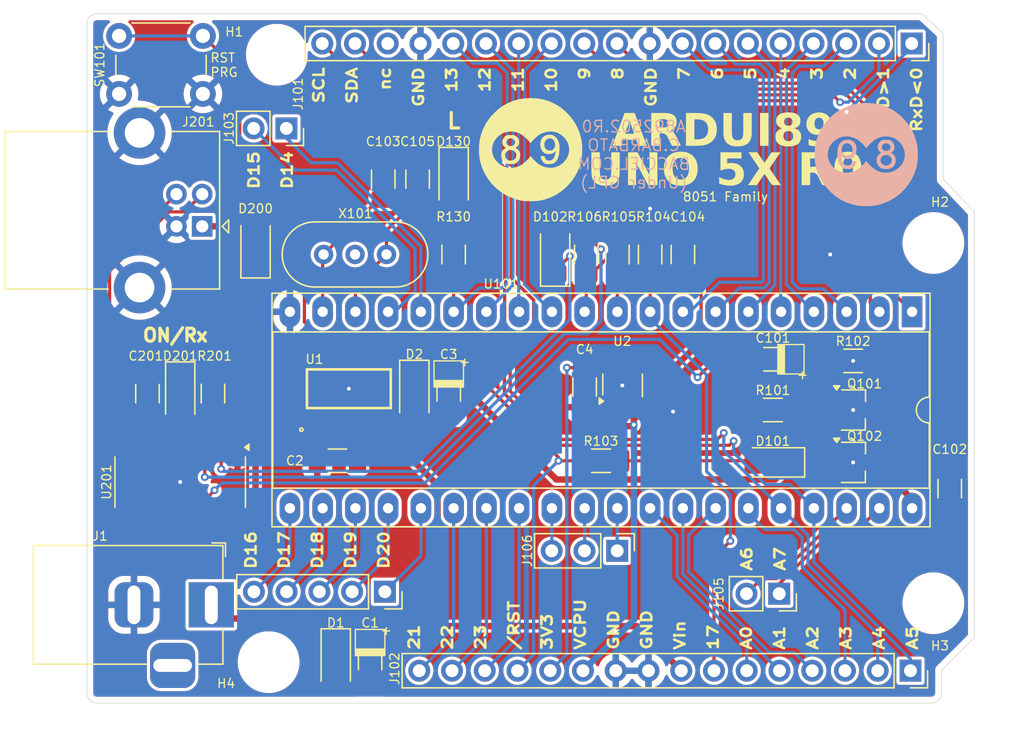
<source format=kicad_pcb>
(kicad_pcb (version 20240108) (generator "pcbnew") (generator_version "8.0")
  (title_block (title "Ardui89 UNO 5X") (date "2025-02-19") (rev "0") (company "C. BARBATO") (comment 1 "A892502 ") (comment 2 "69mm x 54mm"))
  (layers (0 "F.Cu" signal) (31 "B.Cu" signal) (34 "B.Paste" user) (35 "F.Paste" user) (36 "B.SilkS" user "B.Silkscreen") (37 "F.SilkS" user "F.Silkscreen") (38 "B.Mask" user) (39 "F.Mask" user) (44 "Edge.Cuts" user))
  (net 0 "")
  (net 1 "VCC")
  (net 2 "GND")
  (net 3 "/D17")
  (net 4 "/RTS")
  (net 5 "Net-(U201-V3)")
  (net 6 "Net-(U101-XTAL1)")
  (net 7 "/D9")
  (net 8 "/D13")
  (net 9 "/D12")
  (net 10 "/D8")
  (net 11 "/D10")
  (net 12 "/D11")
  (net 13 "/D7")
  (net 14 "/D1")
  (net 15 "/D0")
  (net 16 "/D5")
  (net 17 "/D4")
  (net 18 "/D6")
  (net 19 "/D2")
  (net 20 "/D3")
  (net 21 "/A2")
  (net 22 "/A3")
  (net 23 "/A1")
  (net 24 "/A0")
  (net 25 "/D+")
  (net 26 "/D-")
  (net 27 "/Tx")
  (net 28 "/Rx")
  (net 33 "/RESET")
  (net 35 "/D15")
  (net 36 "Net-(U101-XTAL2)")
  (net 37 "/D14")
  (net 38 "/3.3V")
  (net 39 "Net-(D1-A)")
  (net 40 "/A4_SDA")
  (net 41 "/A5_SCL")
  (net 42 "Net-(D200-A)")
  (net 43 "/Vin")
  (net 44 "Net-(D2-A)")
  (net 46 "/{slash}RST")
  (net 47 "Net-(D101-A)")
  (net 51 "VCPU")
  (net 52 "Net-(Q101-C)")
  (net 54 "Net-(D102-A)")
  (net 55 "Net-(D130-A)")
  (net 56 "/D22")
  (net 57 "/D21")
  (net 58 "/D23")
  (net 59 "/D16")
  (net 60 "/D19")
  (net 61 "/D18")
  (net 62 "/D20")
  (net 63 "/A7")
  (net 64 "/A6")
  (net 65 "Net-(J106-Pin_3)")
  (net 66 "Net-(J106-Pin_1)")
  (net 67 "Net-(J106-Pin_2)")
  (net 68 "Net-(D201-K)")
  (footprint "Connector_PinSocket_2.54mm:PinSocket_1x02_P2.54mm_Vertical" (layer "F.Cu") (at 138.928 86.233 -90)
    (property "Reference" "J103")
    (property "Value" "Extented Port")
  )
  (footprint "Resistor_SMD:R_1206_3216Metric_Pad1.30x1.75mm_HandSolder" (layer "F.Cu") (at 182.89 104.267 180)
    (property "Reference" "R102")
    (property "Value" "4k7")
  )
  (footprint "Button_Switch_THT:SW_PUSH_6mm" (layer "F.Cu") (at 132.454 83.56 180)
    (property "Reference" "SW101")
    (property "Value" "SW_Push")
  )
  (footprint "BACKCIEL:Ardu89_Uno_Analog_Power_Connector" (layer "F.Cu") (at 187.335 128.397 -90)
    (property "Reference" "J102")
    (property "Value" "Conn_01x16" (hide yes))
  )
  (footprint "Package_TO_SOT_SMD:TSOT-23-5_HandSoldering" (layer "F.Cu") (at 164.983 106.172 90)
    (property "Reference" "U2")
    (property "Value" "LP2985-33DBVR")
  )
  (footprint "Capacitor_SMD:C_1206_3216Metric_Pad1.33x1.80mm_HandSolder" (layer "F.Cu") (at 190.383 114.173 90)
    (property "Reference" "C102")
    (property "Value" "100n")
  )
  (footprint "Resistor_SMD:R_1206_3216Metric_Pad1.30x1.75mm_HandSolder" (layer "F.Cu") (at 164.602 96.012 90)
    (property "Reference" "R105")
    (property "Value" "330")
  )
  (footprint "PRJ:SOT230P700X180-4N" (layer "F.Cu") (at 143.774 106.426 90)
    (property "Reference" "U1")
    (property "Value" "LD1117S50TR")
  )
  (footprint "MountingHole:MountingHole_4.3mm_M4_DIN965" (layer "F.Cu") (at 189.113 95.123)
    (property "Reference" "H2")
    (property "Value" "MountingHole")
  )
  (footprint "Diode_SMD:D_1206_3216Metric_Pad1.42x1.75mm_HandSolder" (layer "F.Cu") (at 142.758 127.508 -90)
    (property "Reference" "D1")
    (property "Value" "SM34")
  )
  (footprint "Diode_SMD:D_1206_3216Metric_Pad1.42x1.75mm_HandSolder" (layer "F.Cu") (at 176.667 112.141 180)
    (property "Reference" "D101")
    (property "Value" "1N5819W")
  )
  (footprint "MountingHole:MountingHole_4.3mm_M4_DIN965" (layer "F.Cu") (at 189.113 123.063)
    (property "Reference" "H3")
    (property "Value" "MountingHole")
  )
  (footprint "Connector_PinSocket_2.54mm:PinSocket_1x05_P2.54mm_Vertical" (layer "F.Cu") (at 146.568 122.174 -90)
    (property "Reference" "J104" (hide yes))
    (property "Value" "Extended Port")
  )
  (footprint "BACKCIEL:C_1206_POL_3216Metric_Pad1.33x1.80mm_HandSolder" (layer "F.Cu") (at 145.425 127.508 -90)
    (property "Reference" "C1")
    (property "Value" "10µ")
  )
  (footprint "Package_SO:SOIC-16_3.9x9.9mm_P1.27mm" (layer "F.Cu") (at 130.693 113.665 -90)
    (property "Reference" "U201")
    (property "Value" "CH340C")
  )
  (footprint "BACKCIEL:Ardu89_Uno_Digital_Connector" (layer "F.Cu") (at 187.325 79.629 -90)
    (property "Reference" "J101")
    (property "Value" "Conn_01x19")
  )
  (footprint "Connector_PinHeader_2.54mm:PinHeader_1x03_P2.54mm_Vertical" (layer "F.Cu") (at 164.587 118.999 -90)
    (property "Reference" "J106")
    (property "Value" "Conn_01x03")
  )
  (footprint "Package_DIP:DIP-40_W15.24mm_Socket_LongPads" (layer "F.Cu") (at 187.462 100.457 -90)
    (property "Reference" "U101")
    (property "Value" "89C5x")
  )
  (footprint "BACKCIEL:C_1206_POL_3216Metric_Pad1.33x1.80mm_HandSolder" (layer "F.Cu") (at 176.667 104.14 180)
    (property "Reference" "C101")
    (property "Value" "10µ")
  )
  (footprint "Package_TO_SOT_SMD:TSOT-23_HandSoldering" (layer "F.Cu") (at 182.89 112.141)
    (property "Reference" "Q102")
    (property "Value" "MMBTA2907")
  )
  (footprint "Diode_SMD:D_1206_3216Metric_Pad1.42x1.75mm_HandSolder" (layer "F.Cu") (at 136.535 95.377 90)
    (property "Reference" "D200")
    (property "Value" "SM34")
  )
  (footprint "Diode_SMD:D_1206_3216Metric_Pad1.42x1.75mm_HandSolder" (layer "F.Cu") (at 148.854 106.68 -90)
    (property "Reference" "D2")
    (property "Value" "SM34")
  )
  (footprint "Connector_PinSocket_2.54mm:PinSocket_1x02_P2.54mm_Vertical" (layer "F.Cu") (at 177.155 122.326 -90)
    (property "Reference" "J105")
    (property "Value" "Extented Port")
  )
  (footprint "Resistor_SMD:R_1206_3216Metric_Pad1.30x1.75mm_HandSolder" (layer "F.Cu") (at 176.667 108.077 180)
    (property "Reference" "R101")
    (property "Value" "1k")
  )
  (footprint "Capacitor_SMD:C_1206_3216Metric_Pad1.33x1.80mm_HandSolder" (layer "F.Cu") (at 146.441 90.17 90)
    (property "Reference" "C103")
    (property "Value" "22p")
  )
  (footprint "Resistor_SMD:R_1206_3216Metric_Pad1.30x1.75mm_HandSolder" (layer "F.Cu") (at 163.332 112.014)
    (property "Reference" "R103")
    (property "Value" "1k")
  )
  (footprint "Resistor_SMD:R_1206_3216Metric_Pad1.30x1.75mm_HandSolder" (layer "F.Cu") (at 167.142 96.012 -90)
    (property "Reference" "R104")
    (property "Value" "1k")
  )
  (footprint "Diode_SMD:D_1206_3216Metric_Pad1.42x1.75mm_HandSolder" (layer "F.Cu") (at 151.902 90.17 -90)
    (property "Reference" "D130")
    (property "Value" "BUILTIN_LED")
  )
  (footprint "Diode_SMD:D_1206_3216Metric_Pad1.42x1.75mm_HandSolder" (layer "F.Cu") (at 130.693 106.807 -90)
    (property "Reference" "D201")
    (property "Value" "ON+Rx LED")
  )
  (footprint "Resistor_SMD:R_1206_3216Metric_Pad1.30x1.75mm_HandSolder" (layer "F.Cu") (at 151.902 96.012 -90)
    (property "Reference" "R130")
    (property "Value" "1k")
  )
  (footprint "PRJ:ardu89_logo_8mmx8mm" (layer "F.Cu") (at 157.871 87.884)
    (property "Reference" "G***" (hide yes))
    (property "Value" "LOGO" (hide yes))
  )
  (footprint "Capacitor_SMD:C_1206_3216Metric_Pad1.33x1.80mm_HandSolder" (layer "F.Cu") (at 142.885 112.014 180)
    (property "Reference" "C2")
    (property "Value" "100n")
  )
  (footprint "Resistor_SMD:R_1206_3216Metric_Pad1.30x1.75mm_HandSolder" (layer "F.Cu") (at 162.189 96.012 90)
    (property "Reference" "R106")
    (property "Value" "330")
  )
  (footprint "Resistor_SMD:R_1206_3216Metric_Pad1.30x1.75mm_HandSolder" (layer "F.Cu") (at 133.233 106.807 90)
    (property "Reference" "R201")
    (property "Value" "1k")
  )
  (footprint "Capacitor_SMD:C_1206_3216Metric_Pad1.33x1.80mm_HandSolder" (layer "F.Cu") (at 162.062 106.299 -90)
    (property "Reference" "C4")
    (property "Value" "100n")
  )
  (footprint "Capacitor_SMD:C_1206_3216Metric_Pad1.33x1.80mm_HandSolder" (layer "F.Cu") (at 169.682 96.012 -90)
    (property "Reference" "C104")
    (property "Value" "100n")
  )
  (footprint "BACKCIEL:Crystal_HC49-U-3PinB_Vertical" (layer "F.Cu") (at 146.695 96.012 180)
    (property "Reference" "X101")
    (property "Value" "11.0592MHz")
  )
  (footprint "BACKCIEL:C_1206_POL_3216Metric_Pad1.33x1.80mm_HandSolder" (layer "F.Cu") (at 151.521 106.68 -90)
    (property "Reference" "C3")
    (property "Value" "10µ")
  )
  (footprint "Package_TO_SOT_SMD:TSOT-23_HandSoldering" (layer "F.Cu") (at 182.89 108.077)
    (property "Reference" "Q101")
    (property "Value" "MMBTA2907")
  )
  (footprint "MountingHole:MountingHole_4.3mm_M4_DIN965" (layer "F.Cu") (at 138.186 80.518)
    (property "Reference" "H1")
    (property "Value" "Mounting Hole 4.3mm")
  )
  (footprint "Capacitor_SMD:C_1206_3216Metric_Pad1.33x1.80mm_HandSolder" (layer "F.Cu") (at 149.108 90.17 90)
    (property "Reference" "C105")
    (property "Value" "22p")
  )
  (footprint "Connector_USB:USB_B_Lumberg_2411_02_Horizontal" (layer "F.Cu") (at 132.4005 93.833 180)
    (property "Reference" "J201")
    (property "Value" "USB_TYPE_B")
  )
  (footprint "Capacitor_SMD:C_1206_3216Metric_Pad1.33x1.80mm_HandSolder" (layer "F.Cu") (at 128.153 106.807 90)
    (property "Reference" "C201")
    (property "Value" "100n")
  )
  (footprint "MountingHole:MountingHole_4.3mm_M4_DIN965" (layer "F.Cu") (at 137.551 127.635)
    (property "Reference" "H4")
    (property "Value" "MountingHole")
  )
  (footprint "Connector_BarrelJack:BarrelJack_Horizontal" (layer "F.Cu") (at 133.106 123.19)
    (property "Reference" "J1")
    (property "Value" "Jack-DC")
  )
  (footprint "Diode_SMD:D_1206_3216Metric_Pad1.42x1.75mm_HandSolder" (layer "F.Cu") (at 159.776 96.012 90)
    (property "Reference" "D102")
    (property "Value" "1N5819W")
  )
  (footprint "PRJ:ardu89_logo_8mmx8mm" (layer "B.Cu") (at 183.906 88.265 180)
    (property "Reference" "G***" (hide yes))
    (property "Value" "LOGO" (hide yes))
  )
  (gr_line (start 189.748 128.27) (end 189.748 130.048) (stroke (width 0.05)) (layer "Edge.Cuts"))
  (gr_arc (start 189.748 130.048) (mid 189.511464 130.58823) (end 188.96512 130.810278) (stroke (width 0.05)) (layer "Edge.Cuts"))
  (gr_line (start 123.454 130.048) (end 123.454 78.105) (stroke (width 0.05)) (layer "Edge.Cuts"))
  (gr_arc (start 124.216 130.81) (mid 123.677185 130.586815) (end 123.454 130.048) (stroke (width 0.05)) (layer "Edge.Cuts"))
  (gr_line (start 188.224 77.343) (end 189.875 78.867) (stroke (width 0.05)) (layer "Edge.Cuts"))
  (gr_line (start 189.875 90.17) (end 192.288 92.71) (stroke (width 0.05)) (layer "Edge.Cuts"))
  (gr_line (start 192.288 125.73) (end 189.748 128.27) (stroke (width 0.05)) (layer "Edge.Cuts"))
  (gr_line (start 124.216 77.343) (end 188.224 77.343) (stroke (width 0.05)) (layer "Edge.Cuts"))
  (gr_line (start 189.875 78.867) (end 189.875 90.17) (stroke (width 0.05)) (layer "Edge.Cuts"))
  (gr_line (start 188.96512 130.810278) (end 124.216 130.81) (stroke (width 0.05)) (layer "Edge.Cuts"))
  (gr_line (start 192.288 92.71) (end 192.288 125.73) (stroke (width 0.05)) (layer "Edge.Cuts"))
  (gr_arc (start 123.454 78.104999) (mid 123.677185 77.566184) (end 124.216 77.342999) (stroke (width 0.05)) (layer "Edge.Cuts"))
  (gr_text "A892502.R0\nC.BARBATO\nBACCIEL.COM\n(Under GPL)" (at 165.872 88.265 0) (layer "B.SilkS") (effects (font (size 0.9 0.9) (thickness 0.1)) (justify mirror)))
  (gr_text "RST\nPRG" (at 132.979 82.296 0) (layer "F.SilkS") (effects (font (size 0.7 0.7) (thickness 0.1)) (justify left bottom)))
  (gr_text "D16\n\nD17\n\nD18\n\nD19\n\nD20" (at 146.949 120.523 90) (layer "F.SilkS") (effects (font (size 0.8 1) (thickness 0.2) (bold yes)) (justify left bottom)))
  (gr_text "D15\n\nD14" (at 139.456 91.059 90) (layer "F.SilkS") (effects (font (size 0.8 1) (thickness 0.2) (bold yes)) (justify left bottom)))
  (gr_text "ON/Rx" (at 130.312 102.87 0) (layer "F.SilkS") (effects (font (size 1 1) (thickness 0.25) (bold yes)) (justify bottom)))
  (gr_text "ARDUI89" (at 172.857 88.011 0) (layer "F.SilkS") (effects (font (size 2.5 2.5) (thickness 0.3) (bold yes)) (justify bottom)))
  (gr_text "UNO 5X R0" (at 172.984 91.059 0) (layer "F.SilkS") (effects (font (size 2.5 2.5) (thickness 0.3) (bold yes)) (justify bottom)))
  (gr_text "8051 Family" (at 172.984 91.948 0) (layer "F.SilkS") (effects (font (size 0.7 0.7) (thickness 0.1)) (justify bottom)))
  (gr_text "L\n" (at 151.267 86.36 0) (layer "F.SilkS") (effects (font (size 1.2 1.2) (thickness 0.25) (bold yes)) (justify left bottom)))
  (gr_text "A6\n\nA7" (at 177.683 120.65 90) (layer "F.SilkS") (effects (font (size 0.8 1) (thickness 0.2) (bold yes)) (justify left bottom)))
  (segment (start 151.446 105.1925) (end 151.521 105.1175) (width 0.5) (layer "F.Cu") (net 1))
  (segment (start 135.138 116.14) (end 135.138 115.165001) (width 0.5) (layer "F.Cu") (net 1))
  (segment (start 136.535 96.8645) (end 136.535 105.283) (width 0.5) (layer "F.Cu") (net 1))
  (segment (start 178.217 112.0785) (end 178.217 108.077) (width 0.5) (layer "F.Cu") (net 1))
  (segment (start 176.8295 113.466) (end 159.8695 113.466) (width 0.5) (layer "F.Cu") (net 1))
  (segment (start 136.6255 105.1925) (end 136.535 105.283) (width 0.5) (layer "F.Cu") (net 1))
  (segment (start 180.357 108.077) (end 181.18 108.9) (width 0.5) (layer "F.Cu") (net 1))
  (segment (start 136.535 105.283) (end 136.535 114.743) (width 0.5) (layer "F.Cu") (net 1))
  (segment (start 148.854 105.1925) (end 151.446 105.1925) (width 0.5) (layer "F.Cu") (net 1))
  (segment (start 178.1545 112.141) (end 180.23 112.141) (width 0.5) (layer "F.Cu") (net 1))
  (segment (start 178.1545 112.141) (end 178.217 112.0785) (width 0.5) (layer "F.Cu") (net 1))
  (segment (start 178.1545 112.141) (end 176.8295 113.466) (width 0.5) (layer "F.Cu") (net 1))
  (segment (start 178.217 108.077) (end 180.357 108.077) (width 0.5) (layer "F.Cu") (net 1))
  (segment (start 159.8695 113.466) (end 151.521 105.1175) (width 0.5) (layer "F.Cu") (net 1))
  (segment (start 148.854 105.1925) (end 136.6255 105.1925) (width 0.5) (layer "F.Cu") (net 1))
  (segment (start 180.23 112.141) (end 181.18 113.091) (width 0.5) (layer "F.Cu") (net 1))
  (segment (start 136.535 114.743) (end 135.138 116.14) (width 0.5) (layer "F.Cu") (net 1))
  (via (at 182.89 112.141) (size 0.6) (drill 0.3) (layers "F.Cu" "B.Cu") (net 2))
  (via (at 130.693 113.665) (size 0.6) (drill 0.3) (layers "F.Cu" "B.Cu") (net 2))
  (via (at 164.983 106.172) (size 0.6) (drill 0.3) (layers "F.Cu" "B.Cu") (net 2))
  (via (at 182.89 104.267) (size 0.6) (drill 0.3) (layers "F.Cu" "B.Cu") (net 2))
  (via (at 181.112 96.012) (size 0.6) (drill 0.3) (layers "F.Cu" "B.Cu") (net 2))
  (via (at 168.92 108.204) (size 0.6) (drill 0.3) (layers "F.Cu" "B.Cu") (net 2))
  (via (at 167.142 92.456) (size 0.6) (drill 0.3) (layers "F.Cu" "B.Cu") (net 2))
  (via (at 143.774 106.426) (size 0.6) (drill 0.3) (layers "F.Cu" "B.Cu") (net 2))
  (via (at 182.89 108.077) (size 0.6) (drill 0.3) (layers "F.Cu" "B.Cu") (net 2))
  (segment (start 141.742 115.697) (end 141.742 119.38) (width 0.25) (layer "B.Cu") (net 3))
  (segment (start 141.742 119.38) (end 138.948 122.174) (width 0.25) (layer "B.Cu") (net 3))
  (segment (start 132.598 116.14) (end 132.598 115.062) (width 0.25) (layer "F.Cu") (net 4))
  (segment (start 172.222 104.14) (end 175.1045 104.14) (width 0.25) (layer "F.Cu") (net 4))
  (segment (start 132.598 115.062) (end 133.36 114.3) (width 0.25) (layer "F.Cu") (net 4))
  (segment (start 170.825 105.537) (end 172.222 104.14) (width 0.25) (layer "F.Cu") (net 4))
  (via (at 170.825 105.537) (size 0.6) (drill 0.3) (layers "F.Cu" "B.Cu") (net 4))
  (via (at 133.36 114.3) (size 0.6) (drill 0.3) (layers "F.Cu" "B.Cu") (net 4))
  (segment (start 167.888995 102.600995) (end 170.825 105.537) (width 0.25) (layer "B.Cu") (net 4))
  (segment (start 160.807005 102.600995) (end 167.888995 102.600995) (width 0.25) (layer "B.Cu") (net 4))
  (segment (start 149.674 113.734) (end 160.807005 102.600995) (width 0.25) (layer "B.Cu") (net 4))
  (segment (start 133.926 113.734) (end 149.674 113.734) (width 0.25) (layer "B.Cu") (net 4))
  (segment (start 133.36 114.3) (end 133.926 113.734) (width 0.25) (layer "B.Cu") (net 4))
  (segment (start 131.328 110.809092) (end 131.328 111.19) (width 0.25) (layer "F.Cu") (net 5))
  (segment (start 129.6735 109.89) (end 130.408908 109.89) (width 0.25) (layer "F.Cu") (net 5))
  (segment (start 128.153 108.3695) (end 129.6735 109.89) (width 0.25) (layer "F.Cu") (net 5))
  (segment (start 130.408908 109.89) (end 131.328 110.809092) (width 0.25) (layer "F.Cu") (net 5))
  (segment (start 141.742 96.085) (end 141.815 96.012) (width 0.25) (layer "F.Cu") (net 6))
  (segment (start 146.441 91.7325) (end 146.0945 91.7325) (width 0.25) (layer "F.Cu") (net 6))
  (segment (start 146.0945 91.7325) (end 141.815 96.012) (width 0.25) (layer "F.Cu") (net 6))
  (segment (start 141.742 100.457) (end 141.742 96.085) (width 0.25) (layer "F.Cu") (net 6))
  (segment (start 181.932 83.185) (end 165.564 83.185) (width 0.25) (layer "F.Cu") (net 7))
  (segment (start 184.218 99.753) (end 184.218 85.471) (width 0.25) (layer "F.Cu") (net 7))
  (segment (start 165.564 83.185) (end 162.03 79.651) (width 0.25) (layer "F.Cu") (net 7))
  (segment (start 184.218 85.471) (end 181.932 83.185) (width 0.25) (layer "F.Cu") (net 7))
  (segment (start 184.922 100.457) (end 184.218 99.753) (width 0.25) (layer "F.Cu") (net 7))
  (segment (start 151.902 100.457) (end 151.902 97.562) (width 0.25) (layer "F.Cu") (net 8))
  (segment (start 151.87 79.651) (end 153.399698 81.180698) (width 0.25) (layer "B.Cu") (net 8))
  (segment (start 152.029 100.457) (end 151.902 100.457) (width 0.25) (layer "B.Cu") (net 8))
  (segment (start 153.871198 98.614802) (end 152.029 100.457) (width 0.25) (layer "B.Cu") (net 8))
  (segment (start 153.399698 81.180698) (end 155.303302 81.180698) (width 0.25) (layer "B.Cu") (net 8))
  (segment (start 153.871198 98.614802) (end 155.647802 98.614802) (width 0.25) (layer "B.Cu") (net 8))
  (segment (start 155.647802 98.614802) (end 156.05 98.212604) (width 0.25) (layer "B.Cu") (net 8))
  (segment (start 156.05 81.927396) (end 156.05 98.212604) (width 0.25) (layer "B.Cu") (net 8))
  (segment (start 155.303302 81.180698) (end 156.05 81.927396) (width 0.25) (layer "B.Cu") (net 8))
  (segment (start 156.5 98.399) (end 154.442 100.457) (width 0.25) (layer "B.Cu") (net 9))
  (segment (start 156.5 81.741) (end 156.5 98.399) (width 0.25) (layer "B.Cu") (net 9))
  (segment (start 154.41 79.651) (end 156.5 81.741) (width 0.25) (layer "B.Cu") (net 9))
  (segment (start 187.462 100.457) (end 184.668 97.663) (width 0.25) (layer "F.Cu") (net 10))
  (segment (start 184.668 97.663) (end 184.668 85.284604) (width 0.25) (layer "F.Cu") (net 10))
  (segment (start 184.668 85.284604) (end 182.118396 82.735) (width 0.25) (layer "F.Cu") (net 10))
  (segment (start 167.654 82.735) (end 164.57 79.651) (width 0.25) (layer "F.Cu") (net 10))
  (segment (start 182.118396 82.735) (end 167.654 82.735) (width 0.25) (layer "F.Cu") (net 10))
  (segment (start 159.49 79.651) (end 157.4 81.741) (width 0.25) (layer "B.Cu") (net 11))
  (segment (start 157.4 98.335) (end 159.522 100.457) (width 0.25) (layer "B.Cu") (net 11))
  (segment (start 157.4 81.741) (end 157.4 98.335) (width 0.25) (layer "B.Cu") (net 11))
  (segment (start 156.95 100.425) (end 156.982 100.457) (width 0.25) (layer "B.Cu") (net 12))
  (segment (start 156.95 79.651) (end 156.95 100.425) (width 0.25) (layer "B.Cu") (net 12))
  (segment (start 175.780708 98.1655) (end 172.52251 98.1655) (width 0.25) (layer "B.Cu") (net 13))
  (segment (start 172.52251 98.1655) (end 170.23101 100.457) (width 0.25) (layer "B.Cu") (net 13))
  (segment (start 169.65 79.651) (end 171.6925 81.6935) (width 0.25) (layer "B.Cu") (net 13))
  (segment (start 175.397 81.6935) (end 175.92 82.2165) (width 0.25) (layer "B.Cu") (net 13))
  (segment (start 175.92 82.2165) (end 175.92 98.026208) (width 0.25) (layer "B.Cu") (net 13))
  (segment (start 171.6925 81.6935) (end 175.397 81.6935) (width 0.25) (layer "B.Cu") (net 13))
  (segment (start 170.23101 100.457) (end 169.682 100.457) (width 0.25) (layer "B.Cu") (net 13))
  (segment (start 175.92 98.026208) (end 175.780708 98.1655) (width 0.25) (layer "B.Cu") (net 13))
  (segment (start 169.611604 83.635) (end 181.308 83.635) (width 0.25) (layer "F.Cu") (net 14))
  (segment (start 167.962 90.239) (end 167.962 85.284604) (width 0.25) (layer "F.Cu") (net 14))
  (segment (start 165.872 92.329) (end 167.962 90.239) (width 0.25) (layer "F.Cu") (net 14))
  (segment (start 162.544 97.562) (end 164.669 95.437) (width 0.25) (layer "F.Cu") (net 14))
  (segment (start 165.4721 95.437) (end 165.872 95.0371) (width 0.25) (layer "F.Cu") (net 14))
  (segment (start 167.962 85.284604) (end 169.611604 83.635) (width 0.25) (layer "F.Cu") (net 14))
  (segment (start 181.308 83.635) (end 181.874 84.201) (width 0.25) (layer "F.Cu") (net 14))
  (segment (start 164.669 95.437) (end 165.4721 95.437) (width 0.25) (layer "F.Cu") (net 14))
  (segment (start 162.189 97.562) (end 162.189 100.33) (width 0.25) (layer "F.Cu") (net 14))
  (segment (start 165.872 95.0371) (end 165.872 92.329) (width 0.25) (layer "F.Cu") (net 14))
  (segment (start 162.189 97.562) (end 162.544 97.562) (width 0.25) (layer "F.Cu") (net 14))
  (segment (start 162.189 100.33) (end 162.062 100.457) (width 0.25) (layer "F.Cu") (net 14))
  (via (at 181.874 84.201) (size 0.6) (drill 0.3) (layers "F.Cu" "B.Cu") (net 14))
  (segment (start 184.89 79.651) (end 184.89 81.818604) (width 0.25) (layer "B.Cu") (net 14))
  (segment (start 182.507604 84.201) (end 181.874 84.201) (width 0.25) (layer "B.Cu") (net 14))
  (segment (start 184.89 81.818604) (end 182.507604 84.201) (width 0.25) (layer "B.Cu") (net 14))
  (segment (start 169.798 84.085) (end 168.412 85.471) (width 0.25) (layer "F.Cu") (net 15))
  (segment (start 179.842 84.085) (end 169.798 84.085) (width 0.25) (layer "F.Cu") (net 15))
  (segment (start 182.382 84.963) (end 180.72 84.963) (width 0.25) (layer "F.Cu") (net 15))
  (segment (start 166.727 95.437) (end 164.602 97.562) (width 0.25) (layer "F.Cu") (net 15))
  (segment (start 168.412 95.0371) (end 168.0121 95.437) (width 0.25) (layer "F.Cu") (net 15))
  (segment (start 164.602 97.562) (end 164.602 100.457) (width 0.25) (layer "F.Cu") (net 15))
  (segment (start 180.72 84.963) (end 179.842 84.085) (width 0.25) (layer "F.Cu") (net 15))
  (segment (start 168.412 85.471) (end 168.412 95.0371) (width 0.25) (layer "F.Cu") (net 15))
  (segment (start 168.0121 95.437) (end 166.727 95.437) (width 0.25) (layer "F.Cu") (net 15))
  (via (at 182.382 84.963) (size 0.6) (drill 0.3) (layers "F.Cu" "B.Cu") (net 15))
  (segment (start 187.43 79.651) (end 187.43 79.915) (width 0.25) (layer "B.Cu") (net 15))
  (segment (start 187.43 79.915) (end 182.382 84.963) (width 0.25) (layer "B.Cu") (net 15))
  (segment (start 176.82 98.399) (end 174.762 100.457) (width 0.25) (layer "B.Cu") (net 16))
  (segment (start 176.82 81.741) (end 176.82 98.399) (width 0.25) (layer "B.Cu") (net 16))
  (segment (start 174.73 79.651) (end 176.82 81.741) (width 0.25) (layer "B.Cu") (net 16))
  (segment (start 177.27 79.651) (end 177.27 100.425) (width 0.25) (layer "B.Cu") (net 17))
  (segment (start 177.27 100.425) (end 177.302 100.457) (width 0.25) (layer "B.Cu") (net 17))
  (segment (start 174.0635 98.6155) (end 175.967104 98.6155) (width 0.25) (layer "B.Cu") (net 18))
  (segment (start 175.686104 81.2435) (end 173.7825 81.2435) (width 0.25) (layer "B.Cu") (net 18))
  (segment (start 176.37 98.212604) (end 176.37 81.927396) (width 0.25) (layer "B.Cu") (net 18))
  (segment (start 176.37 81.927396) (end 175.686104 81.2435) (width 0.25) (layer "B.Cu") (net 18))
  (segment (start 175.967104 98.6155) (end 176.37 98.212604) (width 0.25) (layer "B.Cu") (net 18))
  (segment (start 173.7825 81.2435) (end 172.19 79.651) (width 0.25) (layer "B.Cu") (net 18))
  (segment (start 172.222 100.457) (end 174.0635 98.6155) (width 0.25) (layer "B.Cu") (net 18))
  (segment (start 182.35 79.651) (end 180.599 81.402) (width 0.25) (layer "B.Cu") (net 19))
  (segment (start 178.699698 98.678302) (end 180.603302 98.678302) (width 0.25) (layer "B.Cu") (net 19))
  (segment (start 178.695396 81.402) (end 178.17 81.927396) (width 0.25) (layer "B.Cu") (net 19))
  (segment (start 180.603302 98.678302) (end 182.382 100.457) (width 0.25) (layer "B.Cu") (net 19))
  (segment (start 178.17 98.148604) (end 178.699698 98.678302) (width 0.25) (layer "B.Cu") (net 19))
  (segment (start 178.17 81.927396) (end 178.17 98.148604) (width 0.25) (layer "B.Cu") (net 19))
  (segment (start 180.599 81.402) (end 178.695396 81.402) (width 0.25) (layer "B.Cu") (net 19))
  (segment (start 179.842 100.457) (end 177.72 98.335) (width 0.25) (layer "B.Cu") (net 20))
  (segment (start 177.72 81.741) (end 179.81 79.651) (width 0.25) (layer "B.Cu") (net 20))
  (segment (start 177.72 98.335) (end 177.72 81.741) (width 0.25) (layer "B.Cu") (net 20))
  (segment (start 170.132 117.787) (end 170.132 120.618604) (width 0.25) (layer "B.Cu") (net 21))
  (segment (start 172.222 115.697) (end 170.132 117.787) (width 0.25) (layer "B.Cu") (net 21))
  (segment (start 170.132 120.618604) (end 176.400396 126.887) (width 0.25) (layer "B.Cu") (net 21))
  (segment (start 178.304 126.887) (end 179.715 128.298) (width 0.25) (layer "B.Cu") (net 21))
  (segment (start 176.400396 126.887) (end 178.304 126.887) (width 0.25) (layer "B.Cu") (net 21))
  (segment (start 182.255 123.572396) (end 182.255 128.298) (width 0.25) (layer "B.Cu") (net 22))
  (segment (start 178.942 120.259396) (end 182.255 123.572396) (width 0.25) (layer "B.Cu") (net 22))
  (segment (start 178.316604 117.348) (end 178.942 117.973396) (width 0.25) (layer "B.Cu") (net 22))
  (segment (start 174.762 115.697) (end 174.762 116.079396) (width 0.25) (layer "B.Cu") (net 22))
  (segment (start 174.762 116.079396) (end 176.030604 117.348) (width 0.25) (layer "B.Cu") (net 22))
  (segment (start 178.942 117.973396) (end 178.942 120.259396) (width 0.25) (layer "B.Cu") (net 22))
  (segment (start 176.030604 117.348) (end 178.316604 117.348) (width 0.25) (layer "B.Cu") (net 22))
  (segment (start 169.682 120.805) (end 177.175 128.298) (width 0.25) (layer "B.Cu") (net 23))
  (segment (start 169.682 115.697) (end 169.682 120.805) (width 0.25) (layer "B.Cu") (net 23))
  (segment (start 167.142 115.697) (end 169.232 117.787) (width 0.25) (layer "B.Cu") (net 24))
  (segment (start 169.232 120.991396) (end 174.635 126.394396) (width 0.25) (layer "B.Cu") (net 24))
  (segment (start 169.232 117.787) (end 169.232 120.991396) (width 0.25) (layer "B.Cu") (net 24))
  (segment (start 174.635 126.394396) (end 174.635 128.298) (width 0.25) (layer "B.Cu") (net 24))
  (segment (start 129.836 112.49) (end 130.058 112.268) (width 0.25) (layer "F.Cu") (net 25))
  (segment (start 124.7655 96.968) (end 124.7655 111.8015) (width 0.25) (layer "F.Cu") (net 25))
  (segment (start 124.7655 111.8015) (end 125.454 112.49) (width 0.25) (layer "F.Cu") (net 25))
  (segment (start 125.454 112.49) (end 129.836 112.49) (width 0.25) (layer "F.Cu") (net 25))
  (segment (start 130.058 112.268) (end 130.058 111.19) (width 0.25) (layer "F.Cu") (net 25))
  (segment (start 130.4005 91.333) (end 124.7655 96.968) (width 0.25) (layer "F.Cu") (net 25))
  (segment (start 125.2155 108.319408) (end 126.253092 109.357) (width 0.25) (layer "F.Cu") (net 26))
  (segment (start 127.655 109.357) (end 128.788 110.49) (width 0.25) (layer "F.Cu") (net 26))
  (segment (start 129.806 92.708) (end 125.2155 97.2985) (width 0.25) (layer "F.Cu") (net 26))
  (segment (start 128.788 110.49) (end 128.788 111.19) (width 0.25) (layer "F.Cu") (net 26))
  (segment (start 132.4005 91.333) (end 131.0255 92.708) (width 0.25) (layer "F.Cu") (net 26))
  (segment (start 126.253092 109.357) (end 127.655 109.357) (width 0.25) (layer "F.Cu") (net 26))
  (segment (start 125.2155 97.2985) (end 125.2155 108.319408) (width 0.25) (layer "F.Cu") (net 26))
  (segment (start 131.0255 92.708) (end 129.806 92.708) (width 0.25) (layer "F.Cu") (net 26))
  (segment (start 163.332 95.605) (end 162.189 94.462) (width 0.25) (layer "F.Cu") (net 27))
  (segment (start 162.189 94.462) (end 162.189 94.996) (width 0.25) (layer "F.Cu") (net 27))
  (segment (start 132.598 111.19) (end 132.598 113.284) (width 0.25) (layer "F.Cu") (net 27))
  (via (at 163.332 95.605) (size 0.6) (drill 0.3) (layers "F.Cu" "B.Cu") (net 27))
  (via (at 132.598 113.284) (size 0.6) (drill 0.3) (layers "F.Cu" "B.Cu") (net 27))
  (segment (start 149.362 113.284) (end 160.495005 102.150995) (width 0.25) (layer "B.Cu") (net 27))
  (segment (start 160.495005 102.150995) (end 162.358995 102.150995) (width 0.25) (layer "B.Cu") (net 27))
  (segment (start 132.598 113.284) (end 149.362 113.284) (width 0.25) (layer "B.Cu") (net 27))
  (segment (start 163.332 101.17799) (end 163.332 95.605) (width 0.25) (layer "B.Cu") (net 27))
  (segment (start 162.358995 102.150995) (end 163.332 101.17799) (width 0.25) (layer "B.Cu") (net 27))
  (segment (start 133.868 111.19) (end 133.868 112.649) (width 0.25) (layer "F.Cu") (net 28))
  (segment (start 133.868 110.215001) (end 133.868 111.19) (width 0.25) (layer "F.Cu") (net 28))
  (segment (start 159.776 97.282) (end 159.776 97.4995) (width 0.25) (layer "F.Cu") (net 28))
  (segment (start 130.693 108.2945) (end 131.7305 109.332) (width 0.25) (layer "F.Cu") (net 28))
  (segment (start 131.7305 109.332) (end 132.984999 109.332) (width 0.25) (layer "F.Cu") (net 28))
  (segment (start 132.984999 109.332) (end 133.868 110.215001) (width 0.25) (layer "F.Cu") (net 28))
  (segment (start 160.919 96.139) (end 159.776 97.282) (width 0.25) (layer "F.Cu") (net 28))
  (via (at 160.919 96.139) (size 0.6) (drill 0.3) (layers "F.Cu" "B.Cu") (net 28))
  (via (at 133.868 112.649) (size 0.6) (drill 0.3) (layers "F.Cu" "B.Cu") (net 28))
  (segment (start 134.053 112.834) (end 149.13599 112.834) (width 0.25) (layer "B.Cu") (net 28))
  (segment (start 149.13599 112.834) (end 160.919 101.05099) (width 0.25) (layer "B.Cu") (net 28))
  (segment (start 160.919 101.05099) (end 160.919 96.139) (width 0.25) (layer "B.Cu") (net 28))
  (segment (start 133.868 112.649) (end 134.053 112.834) (width 0.25) (layer "B.Cu") (net 28))
  (segment (start 167.142 97.562) (end 167.142 100.457) (width 0.25) (layer "F.Cu") (net 33))
  (segment (start 172.095 128.298) (end 172.095 119.507) (width 0.25) (layer "F.Cu") (net 33))
  (segment (start 167.3075 97.5745) (end 169.682 97.5745) (width 0.25) (layer "F.Cu") (net 33))
  (segment (start 172.095 119.507) (end 173.365 118.237) (width 0.25) (layer "F.Cu") (net 33))
  (segment (start 167.295 97.562) (end 167.3075 97.5745) (width 0.25) (layer "F.Cu") (net 33))
  (segment (start 167.142 97.562) (end 167.295 97.562) (width 0.25) (layer "F.Cu") (net 33))
  (via (at 173.365 118.237) (size 0.6) (drill 0.3) (layers "F.Cu" "B.Cu") (net 33))
  (segment (start 171.520942 105.349058) (end 167.142 100.970116) (width 0.25) (layer "B.Cu") (net 33))
  (segment (start 167.142 100.970116) (end 167.142 100.457) (width 0.25) (layer "B.Cu") (net 33))
  (segment (start 171.520942 112.836942) (end 171.520942 105.349058) (width 0.25) (layer "B.Cu") (net 33))
  (segment (start 173.365 118.237) (end 173.365 114.681) (width 0.25) (layer "B.Cu") (net 33))
  (segment (start 173.365 114.681) (end 171.520942 112.836942) (width 0.25) (layer "B.Cu") (net 33))
  (segment (start 139.6265 89.4715) (end 142.8215 89.4715) (width 0.25) (layer "B.Cu") (net 35))
  (segment (start 136.388 86.233) (end 139.6265 89.4715) (width 0.25) (layer "B.Cu") (net 35))
  (segment (start 146.822 100.457) (end 147.33 100.457) (width 0.25) (layer "B.Cu") (net 35))
  (segment (start 147.33 100.457) (end 148.912 98.875) (width 0.25) (layer "B.Cu") (net 35))
  (segment (start 148.912 98.875) (end 148.912 95.562) (width 0.25) (layer "B.Cu") (net 35))
  (segment (start 148.912 95.562) (end 142.8215 89.4715) (width 0.25) (layer "B.Cu") (net 35))
  (segment (start 144.282 98.425) (end 146.695 96.012) (width 0.25) (layer "F.Cu") (net 36))
  (segment (start 146.695 94.1455) (end 149.108 91.7325) (width 0.25) (layer "F.Cu") (net 36))
  (segment (start 146.695 96.012) (end 146.695 94.1455) (width 0.25) (layer "F.Cu") (net 36))
  (segment (start 144.282 100.457) (end 144.282 98.425) (width 0.25) (layer "F.Cu") (net 36))
  (segment (start 138.928 86.975) (end 140.853 88.9) (width 0.25) (layer "B.Cu") (net 37))
  (segment (start 142.886396 88.9) (end 149.362 95.375604) (width 0.25) (layer "B.Cu") (net 37))
  (segment (start 140.853 88.9) (end 142.886396 88.9) (width 0.25) (layer "B.Cu") (net 37))
  (segment (start 149.362 95.375604) (end 149.362 100.457) (width 0.25) (layer "B.Cu") (net 37))
  (segment (start 138.928 86.233) (end 138.928 86.975) (width 0.25) (layer "B.Cu") (net 37))
  (segment (start 162.0065 104.792) (end 162.062 104.7365) (width 0.25) (layer "F.Cu") (net 38))
  (segment (start 164.033 104.462) (end 162.3365 104.462) (width 0.5) (layer "F.Cu") (net 38))
  (segment (start 162.3365 104.462) (end 162.062 104.7365) (width 0.5) (layer "F.Cu") (net 38))
  (segment (start 160.682 104.792) (end 162.0065 104.792) (width 0.25) (layer "F.Cu") (net 38))
  (via (at 160.682 104.792) (size 0.6) (drill 0.3) (layers "F.Cu" "B.Cu") (net 38))
  (segment (start 160.682 104.792) (end 160.665 104.775) (width 0.25) (layer "B.Cu") (net 38))
  (segment (start 159.395 128.298) (end 160.682 127.011) (width 0.25) (layer "B.Cu") (net 38))
  (segment (start 160.682 127.011) (end 160.682 104.792) (width 0.25) (layer "B.Cu") (net 38))
  (segment (start 142.758 128.9955) (end 138.01375 124.25125) (width 0.5) (layer "F.Cu") (net 39))
  (segment (start 133.106 123.19) (end 134.16725 124.25125) (width 0.5) (layer "F.Cu") (net 39))
  (segment (start 134.16725 124.25125) (end 138.01375 124.25125) (width 0.5) (layer "F.Cu") (net 39))
  (segment (start 172.348 110.364) (end 172.857 109.855) (width 0.25) (layer "F.Cu") (net 40))
  (segment (start 160.032396 110.364) (end 172.348 110.364) (width 0.25) (layer "F.Cu") (net 40))
  (segment (start 156.347 89.789) (end 156.347 97.79) (width 0.25) (layer "F.Cu") (net 40))
  (segment (start 156.289 106.620604) (end 160.032396 110.364) (width 0.25) (layer "F.Cu") (net 40))
  (segment (start 158.107 101.578) (end 156.289 103.396) (width 0.25) (layer "F.Cu") (net 40))
  (segment (start 144.25 79.651) (end 145.76895 81.16995) (width 0.25) (layer "F.Cu") (net 40))
  (segment (start 145.76895 81.16995) (end 147.72795 81.16995) (width 0.25) (layer "F.Cu") (net 40))
  (segment (start 158.107 99.55) (end 158.107 101.578) (width 0.25) (layer "F.Cu") (net 40))
  (segment (start 147.72795 81.16995) (end 156.347 89.789) (width 0.25) (layer "F.Cu") (net 40))
  (segment (start 156.289 103.396) (end 156.289 106.620604) (width 0.25) (layer "F.Cu") (net 40))
  (segment (start 156.347 97.79) (end 158.107 99.55) (width 0.25) (layer "F.Cu") (net 40))
  (via (at 172.857 109.855) (size 0.6) (drill 0.3) (layers "F.Cu" "B.Cu") (net 40))
  (segment (start 179.392 117.787) (end 179.392 120.073) (width 0.25) (layer "B.Cu") (net 40))
  (segment (start 172.857 109.855) (end 172.857 111.252) (width 0.25) (layer "B.Cu") (net 40))
  (segment (start 177.302 115.697) (end 179.392 117.787) (width 0.25) (layer "B.Cu") (net 40))
  (segment (start 184.795 125.476) (end 184.795 128.298) (width 0.25) (layer "B.Cu") (net 40))
  (segment (start 179.392 120.073) (end 184.795 125.476) (width 0.25) (layer "B.Cu") (net 40))
  (segment (start 172.857 111.252) (end 177.302 115.697) (width 0.25) (layer "B.Cu") (net 40))
  (segment (start 143.67895 81.61995) (end 147.541554 81.61995) (width 0.25) (layer "F.Cu") (net 41))
  (segment (start 155.857 89.935396) (end 155.857 103.233) (width 0.25) (layer "F.Cu") (net 41))
  (segment (start 141.71 79.651) (end 143.67895 81.61995) (width 0.25) (layer "F.Cu") (net 41))
  (segment (start 147.541554 81.61995) (end 155.857 89.935396) (width 0.25) (layer "F.Cu") (net 41))
  (segment (start 155.839 106.807) (end 159.846 110.814) (width 0.25) (layer "F.Cu") (net 41))
  (segment (start 159.846 110.814) (end 173.285 110.814) (width 0.25) (layer "F.Cu") (net 41))
  (segment (start 155.839 103.251) (end 155.839 106.807) (width 0.25) (layer "F.Cu") (net 41))
  (segment (start 173.285 110.814) (end 173.619 110.48) (width 0.25) (layer "F.Cu") (net 41))
  (segment (start 155.857 103.233) (end 155.839 103.251) (width 0.25) (layer "F.Cu") (net 41))
  (via (at 173.619 110.48) (size 0.6) (drill 0.3) (layers "F.Cu" "B.Cu") (net 41))
  (segment (start 179.842 115.697) (end 179.842 119.886604) (width 0.25) (layer "B.Cu") (net 41))
  (segment (start 179.842 115.697) (end 177.999802 113.854802) (width 0.25) (layer "B.Cu") (net 41))
  (segment (start 177.999802 113.854802) (end 176.096198 113.854802) (width 0.25) (layer "B.Cu") (net 41))
  (segment (start 179.842 119.886604) (end 187.335 127.379604) (width 0.25) (layer "B.Cu") (net 41))
  (segment (start 176.096198 113.854802) (end 173.619 111.377604) (width 0.25) (layer "B.Cu") (net 41))
  (segment (start 187.335 127.379604) (end 187.335 128.298) (width 0.25) (layer "B.Cu") (net 41))
  (segment (start 173.619 111.377604) (end 173.619 110.48) (width 0.25) (layer "B.Cu") (net 41))
  (segment (start 132.4005 93.833) (end 136.4785 93.833) (width 0.5) (layer "F.Cu") (net 42))
  (segment (start 136.4785 93.833) (end 136.535 93.8895) (width 0.5) (layer "F.Cu") (net 42))
  (segment (start 150.652 113.904) (end 150.652 124.821) (width 0.5) (layer "F.Cu") (net 43))
  (segment (start 145.35 126.0205) (end 145.425 125.9455) (width 0.5) (layer "F.Cu") (net 43))
  (segment (start 166.098 124.841) (end 150.632 124.841) (width 0.5) (layer "F.Cu") (net 43))
  (segment (start 145.425 125.9455) (end 145.425 125.857) (width 0.5) (layer "F.Cu") (net 43))
  (segment (start 150.652 124.821) (end 150.632 124.841) (width 0.5) (layer "F.Cu") (net 43))
  (segment (start 145.425 125.857) (end 146.441 124.841) (width 0.5) (layer "F.Cu") (net 43))
  (segment (start 146.074 109.326) (end 150.652 113.904) (width 0.5) (layer "F.Cu") (net 43))
  (segment (start 169.555 128.298) (end 166.098 124.841) (width 0.5) (layer "F.Cu") (net 43))
  (segment (start 150.632 124.841) (end 146.441 124.841) (width 0.5) (layer "F.Cu") (net 43))
  (segment (start 142.758 126.0205) (end 145.35 126.0205) (width 0.5) (layer "F.Cu") (net 43))
  (segment (start 148.4875 107.801) (end 148.854 108.1675) (width 0.5) (layer "F.Cu") (net 44))
  (segment (start 143.774 111.3405) (end 144.4475 112.014) (width 0.5) (layer "F.Cu") (net 44))
  (segment (start 143.774 109.326) (end 145.299 107.801) (width 0.5) (layer "F.Cu") (net 44))
  (segment (start 143.774 109.326) (end 143.774 111.3405) (width 0.5) (layer "F.Cu") (net 44))
  (segment (start 145.299 107.801) (end 148.4875 107.801) (width 0.5) (layer "F.Cu") (net 44))
  (segment (start 140.327 101.246) (end 140.327 95.7739) (width 0.25) (layer "F.Cu") (net 46))
  (segment (start 141.207 102.126) (end 140.327 101.246) (width 0.25) (layer "F.Cu") (net 46))
  (segment (start 160.03 112.014) (end 161.782 112.014) (width 0.25) (layer "F.Cu") (net 46))
  (segment (start 152.0451 103.759) (end 147.185 103.759) (width 0.25) (layer "F.Cu") (net 46))
  (segment (start 135.31 81.916) (end 132.454 79.06) (width 0.25) (layer "F.Cu") (net 46))
  (segment (start 160.03 112.014) (end 160.03 111.7439) (width 0.25) (layer "F.Cu") (net 46))
  (segment (start 136.08245 92.52755) (end 135.31 91.7551) (width 0.25) (layer "F.Cu") (net 46))
  (segment (start 135.31 91.7551) (end 135.31 81.916) (width 0.25) (layer "F.Cu") (net 46))
  (segment (start 147.185 103.759) (end 145.552 102.126) (width 0.25) (layer "F.Cu") (net 46))
  (segment (start 160.03 111.7439) (end 152.0451 103.759) (width 0.25) (layer "F.Cu") (net 46))
  (segment (start 137.08065 92.52755) (end 136.08245 92.52755) (width 0.25) (layer "F.Cu") (net 46))
  (segment (start 140.327 95.7739) (end 137.08065 92.52755) (width 0.25) (layer "F.Cu") (net 46))
  (segment (start 145.552 102.126) (end 141.207 102.126) (width 0.25) (layer "F.Cu") (net 46))
  (via (at 160.03 112.014) (size 0.6) (drill 0.3) (layers "F.Cu" "B.Cu") (net 46))
  (segment (start 125.954 79.06) (end 132.454 79.06) (width 0.25) (layer "B.Cu") (net 46))
  (segment (start 160.03 112.014) (end 158.107 113.937) (width 0.25) (layer "B.Cu") (net 46))
  (segment (start 158.107 127.046) (end 156.855 128.298) (width 0.25) (layer "B.Cu") (net 46))
  (segment (start 158.107 113.937) (end 158.107 127.046) (width 0.25) (layer "B.Cu") (net 46))
  (segment (start 175.0525 112.014) (end 175.1795 112.141) (width 0.25) (layer "F.Cu") (net 47))
  (segment (start 178.32 104.14) (end 178.2295 104.14) (width 0.25) (layer "F.Cu") (net 47))
  (segment (start 178.2295 104.9905) (end 178.2295 104.14) (width 0.25) (layer "F.Cu") (net 47))
  (segment (start 175.1795 112.141) (end 175.117 112.0785) (width 0.25) (layer "F.Cu") (net 47))
  (segment (start 181.18 107) (end 178.32 104.14) (width 0.25) (layer "F.Cu") (net 47))
  (segment (start 175.117 112.0785) (end 175.117 108.103) (width 0.25) (layer "F.Cu") (net 47))
  (segment (start 164.882 112.014) (end 175.0525 112.014) (width 0.25) (layer "F.Cu") (net 47))
  (segment (start 175.117 108.103) (end 178.2295 104.9905) (width 0.25) (layer "F.Cu") (net 47))
  (segment (start 171.097 102.26) (end 171.326 102.489) (width 0.25) (layer "F.Cu") (net 51))
  (segment (start 171.326 102.489) (end 184.683878 102.489) (width 0.5) (layer "F.Cu") (net 51))
  (segment (start 186.05 110.691) (end 184.6 112.141) (width 0.5) (layer "F.Cu") (net 51))
  (segment (start 171.097 95.8645) (end 171.097 102.26) (width 0.25) (layer "F.Cu") (net 51))
  (segment (start 165.872 109.22) (end 165.872 107.943) (width 0.5) (layer "F.Cu") (net 51))
  (segment (start 169.682 94.4495) (end 171.097 95.8645) (width 0.25) (layer "F.Cu") (net 51))
  (segment (start 187.462 115.003) (end 184.6 112.141) (width 0.5) (layer "F.Cu") (net 51))
  (segment (start 165.76 109.332) (end 165.872 109.22) (width 0.5) (layer "F.Cu") (net 51))
  (segment (start 165.933 107.882) (end 171.326 102.489) (width 0.5) (layer "F.Cu") (net 51))
  (segment (start 164.333 109.332) (end 165.76 109.332) (width 0.5) (layer "F.Cu") (net 51))
  (segment (start 164.033 109.032) (end 164.333 109.332) (width 0.5) (layer "F.Cu") (net 51))
  (segment (start 184.683878 102.489) (end 186.05 103.855122) (width 0.5) (layer "F.Cu") (net 51))
  (segment (start 186.05 103.855122) (end 186.05 110.691) (width 0.5) (layer "F.Cu") (net 51))
  (segment (start 187.462 115.697) (end 187.462 115.003) (width 0.5) (layer "F.Cu") (net 51))
  (segment (start 164.033 107.882) (end 164.033 109.032) (width 0.5) (layer "F.Cu") (net 51))
  (via (at 165.872 109.22) (size 0.6) (drill 0.3) (layers "F.Cu" "B.Cu") (net 51))
  (segment (start 165.872 109.22) (end 165.887 109.235) (width 0.5) (layer "B.Cu") (net 51))
  (segment (start 165.887 109.235) (end 165.887 124.346) (width 0.5) (layer "B.Cu") (net 51))
  (segment (start 165.887 124.346) (end 161.935 128.298) (width 0.5) (layer "B.Cu") (net 51))
  (segment (start 184.6 107.95) (end 184.6 104.427) (width 0.25) (layer "F.Cu") (net 52))
  (segment (start 181.359 111.191) (end 184.6 107.95) (width 0.5) (layer "F.Cu") (net 52))
  (segment (start 184.6 104.427) (end 184.44 104.267) (width 0.25) (layer "F.Cu") (net 52))
  (segment (start 181.18 111.191) (end 181.359 111.191) (width 0.5) (layer "F.Cu") (net 52))
  (segment (start 163.627 93.487) (end 164.602 94.462) (width 0.25) (layer "F.Cu") (net 54))
  (segment (start 160.8135 93.487) (end 163.627 93.487) (width 0.25) (layer "F.Cu") (net 54))
  (segment (start 159.776 94.5245) (end 160.8135 93.487) (width 0.25) (layer "F.Cu") (net 54))
  (segment (start 151.902 94.462) (end 151.902 91.6575) (width 0.25) (layer "F.Cu") (net 55))
  (segment (start 154.442 125.631) (end 151.775 128.298) (width 0.25) (layer "B.Cu") (net 56))
  (segment (start 154.442 115.697) (end 154.442 125.631) (width 0.25) (layer "B.Cu") (net 56))
  (segment (start 151.902 125.631) (end 151.902 115.697) (width 0.25) (layer "B.Cu") (net 57))
  (segment (start 149.235 128.298) (end 151.902 125.631) (width 0.25) (layer "B.Cu") (net 57))
  (segment (start 156.982 115.697) (end 156.982 125.631) (width 0.25) (layer "B.Cu") (net 58))
  (segment (start 156.982 125.631) (end 154.315 128.298) (width 0.25) (layer "B.Cu") (net 58))
  (segment (start 136.408 122.174) (end 139.202 119.38) (width 0.25) (layer "B.Cu") (net 59))
  (segment (start 139.202 119.38) (end 139.202 115.697) (width 0.25) (layer "B.Cu") (net 59))
  (segment (start 146.822 119.38) (end 144.028 122.174) (width 0.25) (layer "B.Cu") (net 60))
  (segment (start 146.822 115.697) (end 146.822 119.38) (width 0.25) (layer "B.Cu") (net 60))
  (segment (start 141.488 122.174) (end 144.282 119.38) (width 0.25) (layer "B.Cu") (net 61))
  (segment (start 144.282 119.38) (end 144.282 115.697) (width 0.25) (layer "B.Cu") (net 61))
  (segment (start 149.362 119.38) (end 146.568 122.174) (width 0.25) (layer "B.Cu") (net 62))
  (segment (start 149.362 115.697) (end 149.362 119.38) (width 0.25) (layer "B.Cu") (net 62))
  (segment (start 184.922 115.697) (end 183.270302 117.348698) (width 0.25) (layer "F.Cu") (net 63))
  (segment (start 181.366698 117.348698) (end 177.155 121.560396) (width 0.25) (layer "F.Cu") (net 63))
  (segment (start 183.270302 117.348698) (end 181.366698 117.348698) (width 0.25) (layer "F.Cu") (net 63))
  (segment (start 177.155 121.560396) (end 177.155 122.326) (width 0.25) (layer "F.Cu") (net 63))
  (segment (start 175.79 121.151) (end 174.615 122.326) (width 0.25) (layer "F.Cu") (net 64))
  (segment (start 182.382 115.697) (end 176.928 121.151) (width 0.25) (layer "F.Cu") (net 64))
  (segment (start 176.928 121.151) (end 175.79 121.151) (width 0.25) (layer "F.Cu") (net 64))
  (segment (start 159.522 115.697) (end 159.522 118.984) (width 0.25) (layer "B.Cu") (net 65))
  (segment (start 164.587 115.839) (end 164.587 118.999) (width 0.25) (layer "B.Cu") (net 66))
  (segment (start 164.602 115.824) (end 164.587 115.839) (width 0.25) (layer "B.Cu") (net 66))
  (segment (start 164.602 115.697) (end 164.602 115.824) (width 0.25) (layer "B.Cu") (net 66))
  (segment (start 162.062 115.697) (end 162.062 118.984) (width 0.25) (layer "B.Cu") (net 67))
  (segment (start 162.062 118.984) (end 162.047 118.999) (width 0.25) (layer "B.Cu") (net 67))
  (segment (start 130.693 105.3195) (end 133.1705 105.3195) (width 0.25) (layer "F.Cu") (net 68))
  (segment (start 133.1705 105.3195) (end 133.233 105.257) (width 0.25) (layer "F.Cu") (net 68))
  (zone (net 2) (net_name "GND") (layers "F&B.Cu") (connect_pads (clearance 0.25)) (min_thickness 0.25) (fill yes (thermal_gap 0.5) (thermal_bridge_width 0.5) (island_removal_mode 2) (island_area_min 20))
    (polygon (pts (xy 123.454 77.343) (xy 188.224 77.343) (xy 189.875 78.867) (xy 189.875 90.17) (xy 192.288 92.71) (xy 192.288 125.73) (xy 189.748 128.27) (xy 189.748 130.81) (xy 123.454 130.81)))
  )
)
</source>
